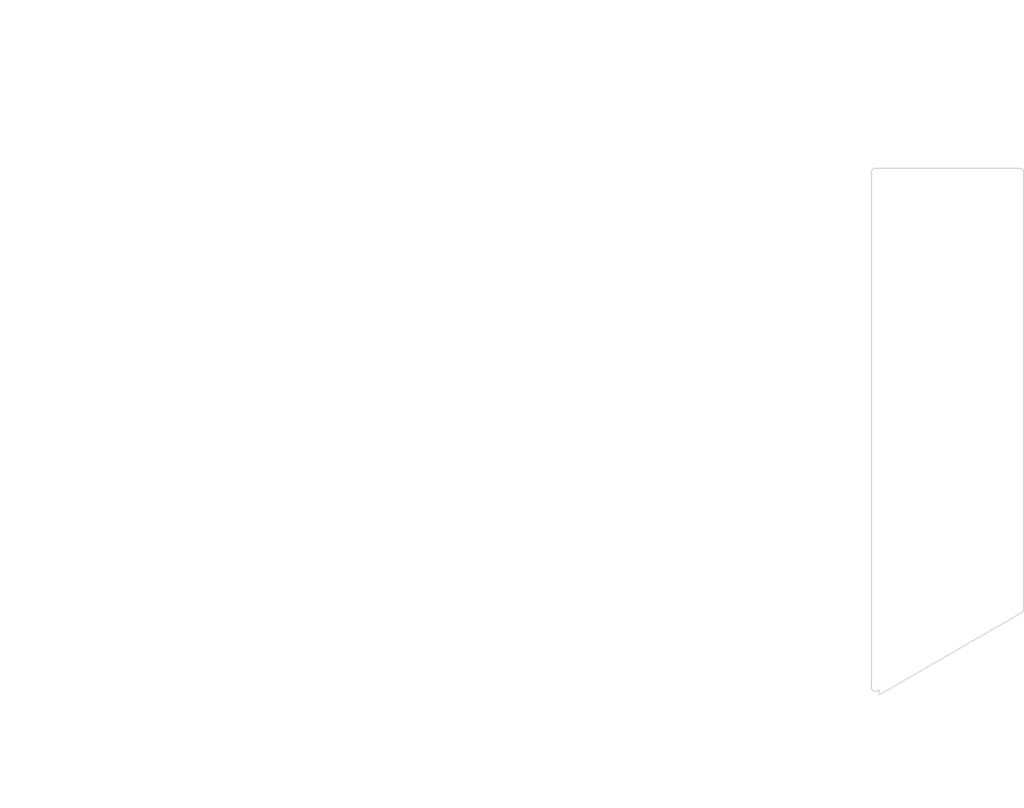
<source format=kicad_pcb>
(kicad_pcb (version 20240108) (generator "ergogen") (generator_version "4.1.0")
  (title_block (title "backplate") (date "2025-05-30") (rev "0.1") (company "huntercook"))
  (layers (0 "F.Cu" signal) (31 "B.Cu" signal) (34 "B.Paste" user) (35 "F.Paste" user) (36 "B.SilkS" user "B.Silkscreen") (37 "F.SilkS" user "F.Silkscreen") (38 "B.Mask" user) (39 "F.Mask" user) (44 "Edge.Cuts" user))
  (net 0 "")
  (footprint "ceoloide:mounting_hole_npth" (layer "F.Cu") (at 45.884336000000005 94.324677 4)
    (property "Reference" "MH1" hide)
    (pad "" np_thru_hole circle (at 0 0 4) (size 2.2 2.2) (drill 2.2) (layers "*.Cu" "*.Mask"))
  )
  (footprint "ceoloide:mounting_hole_npth" (layer "F.Cu") (at 69.8941715 167.6612351 3)
    (property "Reference" "MH2" hide)
    (pad "" np_thru_hole circle (at 0 0 3) (size 2.2 2.2) (drill 2.2) (layers "*.Cu" "*.Mask"))
  )
  (footprint "ceoloide:mounting_hole_npth" (layer "F.Cu") (at 164.0933269 86.8570229 0)
    (property "Reference" "MH3" hide)
    (pad "" np_thru_hole circle (at 0 0 0) (size 2.2 2.2) (drill 2.2) (layers "*.Cu" "*.Mask"))
  )
  (footprint "ceoloide:mounting_hole_npth" (layer "F.Cu") (at 116.5933268 180.8570229 0)
    (property "Reference" "MH4" hide)
    (pad "" np_thru_hole circle (at 0 0 0) (size 2.2 2.2) (drill 2.2) (layers "*.Cu" "*.Mask"))
  )
  (footprint "ceoloide:mounting_hole_npth" (layer "F.Cu") (at 168.1773323 194.9169411 -30)
    (property "Reference" "MH5" hide)
    (pad "" np_thru_hole circle (at 0 0 -30) (size 2.2 2.2) (drill 2.2) (layers "*.Cu" "*.Mask"))
  )
  (gr_line (start 163.6763269 109.2220229) (end 163.6763269 179.56955424879357) (layer Edge.Cuts) (stroke (width 0.15)))
  (gr_line (start 164.4263269 180.00256694879357) (end 164.7063269 179.84090887342342) (layer Edge.Cuts) (stroke (width 0.15)))
  (gr_line (start 164.1763269 108.7220229) (end 183.9263269 108.7220229) (layer Edge.Cuts) (stroke (width 0.15)))
  (gr_line (start 184.4263269 109.2220229) (end 184.4263269 168.89434776729482) (layer Edge.Cuts) (stroke (width 0.15)))
  (gr_line (start 164.7063269 180.56837020821484) (end 164.7063269 179.84090887342342) (layer Edge.Cuts) (stroke (width 0.15)))
  (gr_line (start 184.17632690000002 169.32736046729482) (end 164.7063269 180.56837020821484) (layer Edge.Cuts) (stroke (width 0.15)))
  (gr_arc (start 163.6763269 179.56955424879357) (mid 163.9263269 180.00256694879357) (end 164.4263269 180.00256694879357) (layer Edge.Cuts) (stroke (width 0.15)))
  (gr_arc (start 184.1763269 169.32736046729482) (mid 184.3593396 169.14434776729482) (end 184.4263269 168.89434776729482) (layer Edge.Cuts) (stroke (width 0.15)))
  (gr_arc (start 184.4263269 109.2220229) (mid 184.2798803 108.8684695) (end 183.9263269 108.7220229) (layer Edge.Cuts) (stroke (width 0.15)))
  (gr_arc (start 164.1763269 108.7220229) (mid 163.82277349999998 108.8684695) (end 163.6763269 109.2220229) (layer Edge.Cuts) (stroke (width 0.15)))
)
</source>
